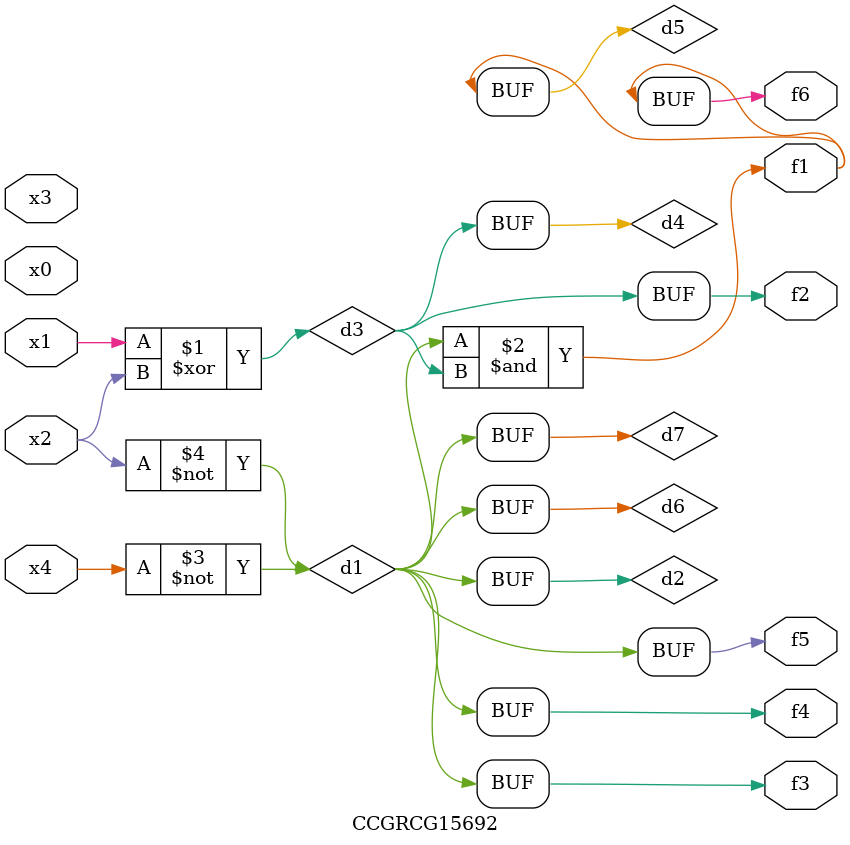
<source format=v>
module CCGRCG15692(
	input x0, x1, x2, x3, x4,
	output f1, f2, f3, f4, f5, f6
);

	wire d1, d2, d3, d4, d5, d6, d7;

	not (d1, x4);
	not (d2, x2);
	xor (d3, x1, x2);
	buf (d4, d3);
	and (d5, d1, d3);
	buf (d6, d1, d2);
	buf (d7, d2);
	assign f1 = d5;
	assign f2 = d4;
	assign f3 = d7;
	assign f4 = d7;
	assign f5 = d7;
	assign f6 = d5;
endmodule

</source>
